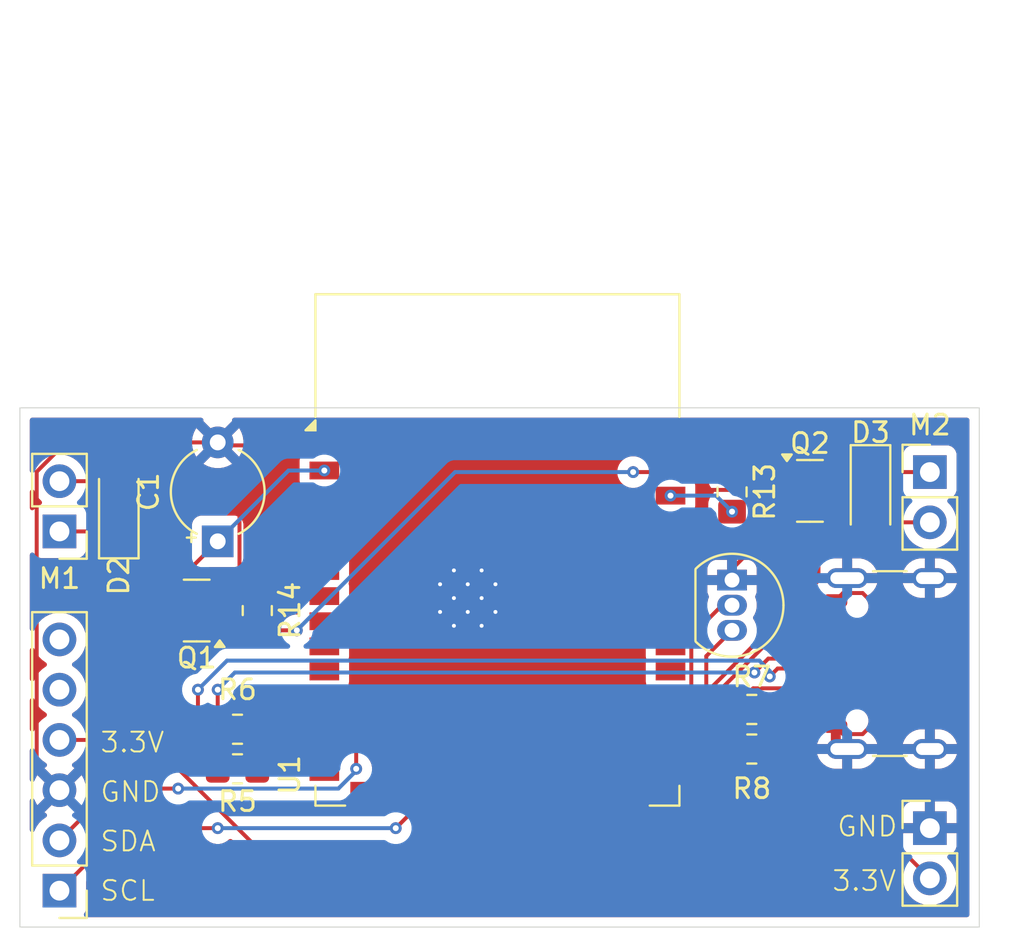
<source format=kicad_pcb>
(kicad_pcb (version 20241229) (generator "pcbnew") (generator_version "9.0")
  (layers (0 "F.Cu" signal) (2 "B.Cu" signal) (13 "F.Paste" user) (15 "B.Paste" user) (5 "F.SilkS" user "F.Silkscreen") (7 "B.SilkS" user "B.Silkscreen") (1 "F.Mask" user) (3 "B.Mask" user) (25 "Edge.Cuts" user))
  (net 0 "")
  (net 1 "+3.3V")
  (net 2 "GND")
  (net 3 "Net-(D2-A)")
  (net 4 "Net-(D3-A)")
  (net 5 "Net-(J1-CC1)")
  (net 6 "Net-(J1-CC2)")
  (net 7 "Net-(J1-VBUS-PadA4)")
  (net 8 "Net-(J1-D+-PadA6)")
  (net 10 "Net-(J1-D--PadA7)")
  (net 12 "SCL")
  (net 13 "SDA")
  (net 14 "4")
  (net 15 "3")
  (net 16 "38")
  (net 17 "42")
  (net 18 "11")
  (net 19 "48")
  (net 20 "16")
  (net 21 "46")
  (net 22 "18")
  (net 23 "41")
  (net 24 "21")
  (net 25 "40")
  (net 26 "35")
  (net 27 "13")
  (net 28 "36")
  (net 29 "7")
  (net 30 "6")
  (net 31 "5")
  (net 32 "47")
  (net 33 "15")
  (net 34 "45")
  (net 35 "37")
  (net 36 "Net-(Q1-B)")
  (net 37 "Net-(Q2-B)")
  (net 38 "USB_D+")
  (net 39 "USB_D-")
  (net 42 "TEMP")
  (net 45 "39")
  (net 46 "12")
  (net 47 "14")
  (net 48 "2")
  (net 49 "1")
  (net 50 "17")
  (footprint "Resistor_SMD:R_0805_2012Metric_Pad1.20x1.40mm_HandSolder" (layer "F.Cu") (at 65 94 180)
    (property "Reference" "R5" (at 0 -1.65 0) (layer "F.SilkS"))
    (property "Value" "22-33")
    (fp_line (start -0.227064 0.735) (end 0.227064 0.735) (stroke (width 0.12)) (layer "F.SilkS"))
    (fp_line (start -0.227064 -0.735) (end 0.227064 -0.735) (stroke (width 0.12)) (layer "F.SilkS"))
    (pad "1" smd roundrect (at -1 0 180) (size 1.2 1.4) (layers "F.Cu" "F.Mask" "F.Paste") (roundrect_rratio 0.208333) (net 38 "USB_D+"))
    (pad "2" smd roundrect (at 1 0 180) (size 1.2 1.4) (layers "F.Cu" "F.Mask" "F.Paste") (roundrect_rratio 0.208333) (net 8 "Net-(J1-D+-PadA6)"))
  )
  (footprint "Connector_PinHeader_2.54mm:PinHeader_1x02_P2.54mm_Vertical" (layer "F.Cu") (at 100 79)
    (property "Reference" "M2" (at 0 -2.38 0) (layer "F.SilkS"))
    (property "Value" "Right")
    (fp_line (start -1.38 -1.38) (end 0 -1.38) (stroke (width 0.12)) (layer "F.SilkS"))
    (fp_line (start -1.38 0) (end -1.38 -1.38) (stroke (width 0.12)) (layer "F.SilkS"))
    (fp_line (start -1.38 1.27) (end -1.38 3.92) (stroke (width 0.12)) (layer "F.SilkS"))
    (fp_line (start -1.38 1.27) (end 1.38 1.27) (stroke (width 0.12)) (layer "F.SilkS"))
    (fp_line (start -1.38 3.92) (end 1.38 3.92) (stroke (width 0.12)) (layer "F.SilkS"))
    (fp_line (start 1.38 1.27) (end 1.38 3.92) (stroke (width 0.12)) (layer "F.SilkS"))
    (pad "1" thru_hole rect (at 0 0) (size 1.7 1.7) (drill 1) (layers "*.Cu" "*.Mask") (net 1 "+3.3V"))
    (pad "2" thru_hole circle (at 0 2.54) (size 1.7 1.7) (drill 1) (layers "*.Cu" "*.Mask") (net 4 "Net-(D3-A)"))
  )
  (footprint "Package_TO_SOT_THT:TO-92_Inline" (layer "F.Cu") (at 90 84.46 -90)
    (property "Reference" "U2" (hide yes))
    (property "Value" "DS18B20")
    (fp_line (start -0.53 1.85) (end 3.07 1.85) (stroke (width 0.12)) (layer "F.SilkS"))
    (fp_arc (start -0.568478 1.838478) (mid -1.132087 -0.994977) (end 1.27 -2.6) (stroke (width 0.12)) (layer "F.SilkS"))
    (fp_arc (start 1.27 -2.6) (mid 3.672087 -0.994977) (end 3.108478 1.838478) (stroke (width 0.12)) (layer "F.SilkS"))
    (pad "1" thru_hole rect (at 0 0 270) (size 1.05 1.5) (drill 0.75) (layers "*.Cu" "*.Mask") (net 2 "GND"))
    (pad "2" thru_hole oval (at 1.27 0 270) (size 1.05 1.5) (drill 0.75) (layers "*.Cu" "*.Mask") (net 42 "TEMP"))
    (pad "3" thru_hole oval (at 2.54 0 270) (size 1.05 1.5) (drill 0.75) (layers "*.Cu" "*.Mask") (net 1 "+3.3V"))
  )
  (footprint "Connector_USB:USB_C_Receptacle_GCT_USB4105-xx-A_16P_TopMnt_Horizontal" (layer "F.Cu") (at 98.925 88.68 90)
    (property "Reference" "J1" (hide yes))
    (property "Value" "USB_C_Receptacle_USB2.0_14P")
    (fp_line (start 4.67 -0.1) (end 4.67 -1.8) (stroke (width 0.12)) (layer "F.SilkS"))
    (fp_line (start -4.67 -0.1) (end -4.67 -1.8) (stroke (width 0.12)) (layer "F.SilkS"))
    (pad "" np_thru_hole circle (at -2.89 -2.605 90) (size 0.65 0.65) (drill 0.65) (layers "*.Cu" "*.Mask"))
    (pad "" np_thru_hole circle (at 2.89 -2.605 90) (size 0.65 0.65) (drill 0.65) (layers "*.Cu" "*.Mask"))
    (pad "A1" smd roundrect (at -3.2 -3.68 90) (size 0.6 1.15) (layers "F.Cu" "F.Mask" "F.Paste") (net 2 "GND"))
    (pad "A4" smd roundrect (at -2.4 -3.68 90) (size 0.6 1.15) (layers "F.Cu" "F.Mask" "F.Paste") (net 7 "Net-(J1-VBUS-PadA4)"))
    (pad "A5" smd roundrect (at -1.25 -3.68 90) (size 0.3 1.15) (layers "F.Cu" "F.Mask" "F.Paste") (net 5 "Net-(J1-CC1)"))
    (pad "A6" smd roundrect (at -0.25 -3.68 90) (size 0.3 1.15) (layers "F.Cu" "F.Mask" "F.Paste") (net 8 "Net-(J1-D+-PadA6)"))
    (pad "A7" smd roundrect (at 0.25 -3.68 90) (size 0.3 1.15) (layers "F.Cu" "F.Mask" "F.Paste") (net 10 "Net-(J1-D--PadA7)"))
    (pad "A8" smd roundrect (at 1.25 -3.68 90) (size 0.3 1.15) (layers "F.Cu" "F.Mask" "F.Paste"))
    (pad "A9" smd roundrect (at 2.4 -3.68 90) (size 0.6 1.15) (layers "F.Cu" "F.Mask" "F.Paste") (net 7 "Net-(J1-VBUS-PadA4)"))
    (pad "A12" smd roundrect (at 3.2 -3.68 90) (size 0.6 1.15) (layers "F.Cu" "F.Mask" "F.Paste") (net 2 "GND"))
    (pad "B1" smd roundrect (at 3.2 -3.68 90) (size 0.6 1.15) (layers "F.Cu" "F.Mask" "F.Paste") (net 2 "GND"))
    (pad "B4" smd roundrect (at 2.4 -3.68 90) (size 0.6 1.15) (layers "F.Cu" "F.Mask" "F.Paste") (net 7 "Net-(J1-VBUS-PadA4)"))
    (pad "B5" smd roundrect (at 1.75 -3.68 90) (size 0.3 1.15) (layers "F.Cu" "F.Mask" "F.Paste") (net 6 "Net-(J1-CC2)"))
    (pad "B6" smd roundrect (at 0.75 -3.68 90) (size 0.3 1.15) (layers "F.Cu" "F.Mask" "F.Paste"))
    (pad "B7" smd roundrect (at -0.75 -3.68 90) (size 0.3 1.15) (layers "F.Cu" "F.Mask" "F.Paste"))
    (pad "B8" smd roundrect (at -1.75 -3.68 90) (size 0.3 1.15) (layers "F.Cu" "F.Mask" "F.Paste"))
    (pad "B9" smd roundrect (at -2.4 -3.68 90) (size 0.6 1.15) (layers "F.Cu" "F.Mask" "F.Paste") (net 7 "Net-(J1-VBUS-PadA4)"))
    (pad "B12" smd roundrect (at -3.2 -3.68 90) (size 0.6 1.15) (layers "F.Cu" "F.Mask" "F.Paste") (net 2 "GND"))
    (pad "S1" thru_hole oval (at -4.32 -3.105 90) (size 1 2.1) (drill oval 0.6 1.7) (property pad_prop_heatsink) (layers "*.Cu" "*.Mask" "F.Paste") (net 2 "GND"))
    (pad "S1" thru_hole oval (at -4.32 1.075 90) (size 1 1.8) (drill oval 0.6 1.4) (property pad_prop_heatsink) (layers "*.Cu" "*.Mask" "F.Paste") (net 2 "GND"))
    (pad "S1" thru_hole oval (at 4.32 -3.105 90) (size 1 2.1) (drill oval 0.6 1.7) (property pad_prop_heatsink) (layers "*.Cu" "*.Mask" "F.Paste") (net 2 "GND"))
    (pad "S1" thru_hole oval (at 4.32 1.075 90) (size 1 1.8) (drill oval 0.6 1.4) (property pad_prop_heatsink) (layers "*.Cu" "*.Mask" "F.Paste") (net 2 "GND"))
  )
  (footprint "Connector_PinHeader_2.54mm:PinHeader_1x02_P2.54mm_Vertical" (layer "F.Cu") (at 56 82 180)
    (property "Reference" "M1" (at 0 -2.38 0) (layer "F.SilkS"))
    (property "Value" "Left")
    (fp_line (start 1.38 1.27) (end 1.38 3.92) (stroke (width 0.12)) (layer "F.SilkS"))
    (fp_line (start -1.38 3.92) (end 1.38 3.92) (stroke (width 0.12)) (layer "F.SilkS"))
    (fp_line (start -1.38 1.27) (end 1.38 1.27) (stroke (width 0.12)) (layer "F.SilkS"))
    (fp_line (start -1.38 1.27) (end -1.38 3.92) (stroke (width 0.12)) (layer "F.SilkS"))
    (fp_line (start -1.38 0) (end -1.38 -1.38) (stroke (width 0.12)) (layer "F.SilkS"))
    (fp_line (start -1.38 -1.38) (end 0 -1.38) (stroke (width 0.12)) (layer "F.SilkS"))
    (pad "1" thru_hole rect (at 0 0 180) (size 1.7 1.7) (drill 1) (layers "*.Cu" "*.Mask") (net 1 "+3.3V"))
    (pad "2" thru_hole circle (at 0 2.54 180) (size 1.7 1.7) (drill 1) (layers "*.Cu" "*.Mask") (net 3 "Net-(D2-A)"))
  )
  (footprint "Connector_PinHeader_2.54mm:PinHeader_1x06_P2.54mm_Vertical" (layer "F.Cu") (at 56 100.16 180)
    (property "Reference" "J3" (hide yes))
    (property "Value" "DS3231")
    (fp_line (start 1.38 1.27) (end 1.38 14.08) (stroke (width 0.12)) (layer "F.SilkS"))
    (fp_line (start -1.38 14.08) (end 1.38 14.08) (stroke (width 0.12)) (layer "F.SilkS"))
    (fp_line (start -1.38 1.27) (end 1.38 1.27) (stroke (width 0.12)) (layer "F.SilkS"))
    (fp_line (start -1.38 1.27) (end -1.38 14.08) (stroke (width 0.12)) (layer "F.SilkS"))
    (fp_line (start -1.38 0) (end -1.38 -1.38) (stroke (width 0.12)) (layer "F.SilkS"))
    (fp_line (start -1.38 -1.38) (end 0 -1.38) (stroke (width 0.12)) (layer "F.SilkS"))
    (pad "1" thru_hole rect (at 0 0 180) (size 1.7 1.7) (drill 1) (layers "*.Cu" "*.Mask") (net 12 "SCL"))
    (pad "2" thru_hole circle (at 0 2.54 180) (size 1.7 1.7) (drill 1) (layers "*.Cu" "*.Mask") (net 13 "SDA"))
    (pad "3" thru_hole circle (at 0 5.08 180) (size 1.7 1.7) (drill 1) (layers "*.Cu" "*.Mask") (net 2 "GND"))
    (pad "4" thru_hole circle (at 0 7.62 180) (size 1.7 1.7) (drill 1) (layers "*.Cu" "*.Mask") (net 1 "+3.3V"))
    (pad "5" thru_hole circle (at 0 10.16 180) (size 1.7 1.7) (drill 1) (layers "*.Cu" "*.Mask"))
    (pad "6" thru_hole circle (at 0 12.7 180) (size 1.7 1.7) (drill 1) (layers "*.Cu" "*.Mask"))
  )
  (footprint "Diode_SMD:D_SOD-123" (layer "F.Cu") (at 97 80 -90)
    (property "Reference" "D3" (at -3 0 180) (layer "F.SilkS"))
    (property "Value" "1N4148W")
    (fp_line (start -2.36 1) (end 1.65 1) (stroke (width 0.12)) (layer "F.SilkS"))
    (fp_line (start -2.36 -1) (end -2.36 1) (stroke (width 0.12)) (layer "F.SilkS"))
    (fp_line (start -2.36 -1) (end 1.65 -1) (stroke (width 0.12)) (layer "F.SilkS"))
    (pad "1" smd roundrect (at -1.65 0 270) (size 0.9 1.2) (layers "F.Cu" "F.Mask" "F.Paste") (net 1 "+3.3V"))
    (pad "2" smd roundrect (at 1.65 0 270) (size 0.9 1.2) (layers "F.Cu" "F.Mask" "F.Paste") (net 4 "Net-(D3-A)"))
  )
  (footprint "Capacitor_THT:CP_Radial_Tantal_D4.5mm_P5.00mm" (layer "F.Cu") (at 64 82.5 90)
    (property "Reference" "C1" (at 2.5 -3.5 90) (layer "F.SilkS"))
    (property "Value" "100nF")
    (fp_line (start 0.187712 -1.56) (end 0.187712 -1.11) (stroke (width 0.12)) (layer "F.SilkS"))
    (fp_line (start -0.037288 -1.335) (end 0.412712 -1.335) (stroke (width 0.12)) (layer "F.SilkS"))
    (fp_arc (start 0.380259 -1.06) (mid 2.5 -2.37) (end 4.619741 -1.06) (stroke (width 0.12)) (layer "F.SilkS"))
    (fp_arc (start 4.619741 1.06) (mid 2.5 2.37) (end 0.380259 1.06) (stroke (width 0.12)) (layer "F.SilkS"))
    (pad "1" thru_hole rect (at 0 0 90) (size 1.6 1.6) (drill 0.8) (layers "*.Cu" "*.Mask") (net 1 "+3.3V"))
    (pad "2" thru_hole circle (at 5 0 90) (size 1.6 1.6) (drill 0.8) (layers "*.Cu" "*.Mask") (net 2 "GND"))
  )
  (footprint "Diode_SMD:D_SOD-123" (layer "F.Cu") (at 59 81 90)
    (property "Reference" "D2" (at -3.25 0 90) (layer "F.SilkS"))
    (property "Value" "1N4148W")
    (fp_line (start -2.36 -1) (end 1.65 -1) (stroke (width 0.12)) (layer "F.SilkS"))
    (fp_line (start -2.36 -1) (end -2.36 1) (stroke (width 0.12)) (layer "F.SilkS"))
    (fp_line (start -2.36 1) (end 1.65 1) (stroke (width 0.12)) (layer "F.SilkS"))
    (pad "1" smd roundrect (at -1.65 0 90) (size 0.9 1.2) (layers "F.Cu" "F.Mask" "F.Paste") (net 1 "+3.3V"))
    (pad "2" smd roundrect (at 1.65 0 90) (size 0.9 1.2) (layers "F.Cu" "F.Mask" "F.Paste") (net 3 "Net-(D2-A)"))
  )
  (footprint "RF_Module:ESP32-S3-WROOM-1" (layer "F.Cu") (at 78.14 82.91)
    (property "Reference" "U1" (at -10.5 11.4 90) (layer "F.SilkS"))
    (property "Value" "ESP32-S3-WROOM-1")
    (fp_line (start -9.2 -12.9) (end -9.2 -6.7) (stroke (width 0.12)) (layer "F.SilkS"))
    (fp_line (start -9.2 -12.9) (end 9.2 -12.9) (stroke (width 0.12)) (layer "F.SilkS"))
    (fp_line (start -9.2 11.95) (end -9.2 12.95) (stroke (width 0.12)) (layer "F.SilkS"))
    (fp_line (start -9.2 12.95) (end -7.7 12.95) (stroke (width 0.12)) (layer "F.SilkS"))
    (fp_line (start 9.2 -12.9) (end 9.2 -6.7) (stroke (width 0.12)) (layer "F.SilkS"))
    (fp_line (start 9.2 12.95) (end 7.7 12.95) (stroke (width 0.12)) (layer "F.SilkS"))
    (fp_line (start 9.2 12.95) (end 9.2 11.95) (stroke (width 0.12)) (layer "F.SilkS"))
    (fp_poly (pts (xy -9.2 -6.025) (xy -9.7 -6.025) (xy -9.2 -6.525) (xy -9.2 -6.025)) (stroke (width 0.12)) (fill yes) (layer "F.SilkS"))
    (pad "1" smd rect (at -8.75 -5.26) (size 1.5 0.9) (layers "F.Cu" "F.Mask" "F.Paste") (net 2 "GND"))
    (pad "2" smd rect (at -8.75 -3.99) (size 1.5 0.9) (layers "F.Cu" "F.Mask" "F.Paste") (net 1 "+3.3V"))
    (pad "3" smd rect (at -8.75 -2.72) (size 1.5 0.9) (layers "F.Cu" "F.Mask" "F.Paste"))
    (pad "4" smd rect (at -8.75 -1.45) (size 1.5 0.9) (layers "F.Cu" "F.Mask" "F.Paste") (net 14 "4"))
    (pad "5" smd rect (at -8.75 -0.18) (size 1.5 0.9) (layers "F.Cu" "F.Mask" "F.Paste") (net 31 "5"))
    (pad "6" smd rect (at -8.75 1.09) (size 1.5 0.9) (layers "F.Cu" "F.Mask" "F.Paste") (net 30 "6"))
    (pad "7" smd rect (at -8.75 2.36) (size 1.5 0.9) (layers "F.Cu" "F.Mask" "F.Paste") (net 29 "7"))
    (pad "8" smd rect (at -8.75 3.63) (size 1.5 0.9) (layers "F.Cu" "F.Mask" "F.Paste") (net 33 "15"))
    (pad "9" smd rect (at -8.75 4.9) (size 1.5 0.9) (layers "F.Cu" "F.Mask" "F.Paste") (net 20 "16"))
    (pad "10" smd rect (at -8.75 6.17) (size 1.5 0.9) (layers "F.Cu" "F.Mask" "F.Paste") (net 50 "17"))
    (pad "11" smd rect (at -8.75 7.44) (size 1.5 0.9) (layers "F.Cu" "F.Mask" "F.Paste") (net 22 "18"))
    (pad "12" smd rect (at -8.75 8.71) (size 1.5 0.9) (layers "F.Cu" "F.Mask" "F.Paste") (net 13 "SDA"))
    (pad "13" smd rect (at -8.75 9.98) (size 1.5 0.9) (layers "F.Cu" "F.Mask" "F.Paste") (net 39 "USB_D-"))
    (pad "14" smd rect (at -8.75 11.25 180) (size 1.5 0.9) (layers "F.Cu" "F.Mask" "F.Paste") (net 38 "USB_D+"))
    (pad "15" smd rect (at -6.985 12.5 270) (size 1.5 0.9) (layers "F.Cu" "F.Mask" "F.Paste") (net 15 "3"))
    (pad "16" smd rect (at -5.715 12.5 270) (size 1.5 0.9) (layers "F.Cu" "F.Mask" "F.Paste") (net 21 "46"))
    (pad "17" smd rect (at -4.445 12.5 270) (size 1.5 0.9) (layers "F.Cu" "F.Mask" "F.Paste") (net 12 "SCL"))
    (pad "18" smd rect (at -3.175 12.5 270) (size 1.5 0.9) (layers "F.Cu" "F.Mask" "F.Paste") (net 42 "TEMP"))
    (pad "19" smd rect (at -1.905 12.5 270) (size 1.5 0.9) (layers "F.Cu" "F.Mask" "F.Paste") (net 18 "11"))
    (pad "20" smd rect (at -0.635 12.5 270) (size 1.5 0.9) (layers "F.Cu" "F.Mask" "F.Paste") (net 46 "12"))
    (pad "21" smd rect (at 0.635 12.5 270) (size 1.5 0.9) (layers "F.Cu" "F.Mask" "F.Paste") (net 27 "13"))
    (pad "22" smd rect (at 1.905 12.5 270) (size 1.5 0.9) (layers "F.Cu" "F.Mask" "F.Paste") (net 47 "14"))
    (pad "23" smd rect (at 3.175 12.5 270) (size 1.5 0.9) (layers "F.Cu" "F.Mask" "F.Paste") (net 24 "21"))
    (pad "24" smd rect (at 4.445 12.5 270) (size 1.5 0.9) (layers "F.Cu" "F.Mask" "F.Paste") (net 32 "47"))
    (pad "25" smd rect (at 5.715 12.5 270) (size 1.5 0.9) (layers "F.Cu" "F.Mask" "F.Paste") (net 19 "48"))
    (pad "26" smd rect (at 6.985 12.5 270) (size 1.5 0.9) (layers "F.Cu" "F.Mask" "F.Paste") (net 34 "45"))
    (pad "27" smd rect (at 8.75 11.25) (size 1.5 0.9) (layers "F.Cu" "F.Mask" "F.Paste"))
    (pad "28" smd rect (at 8.75 9.98) (size 1.5 0.9) (layers "F.Cu" "F.Mask" "F.Paste") (net 26 "35"))
    (pad "29" smd rect (at 8.75 8.71) (size 1.5 0.9) (layers "F.Cu" "F.Mask" "F.Paste") (net 28 "36"))
    (pad "30" smd rect (at 8.75 7.44) (size 1.5 0.9) (layers "F.Cu" "F.Mask" "F.Paste") (net 35 "37"))
    (pad "31" smd rect (at 8.75 6.17) (size 1.5 0.9) (layers "F.Cu" "F.Mask" "F.Paste") (net 16 "38"))
    (pad "32" smd rect (at 8.75 4.9) (size 1.5 0.9) (layers "F.Cu" "F.Mask" "F.Paste") (net 45 "39"))
    (pad "33" smd rect (at 8.75 3.63) (size 1.5 0.9) (layers "F.Cu" "F.Mask" "F.Paste") (net 25 "40"))
    (pad "34" smd rect (at 8.75 2.36) (size 1.5 0.9) (layers "F.Cu" "F.Mask" "F.Paste") (net 23 "41"))
    (pad "35" smd rect (at 8.75 1.09) (size 1.5 0.9) (layers "F.Cu" "F.Mask" "F.Paste") (net 17 "42"))
    (pad "36" smd rect (at 8.75 -0.18) (size 1.5 0.9) (layers "F.Cu" "F.Mask" "F.Paste"))
    (pad "37" smd rect (at 8.75 -1.45) (size 1.5 0.9) (layers "F.Cu" "F.Mask" "F.Paste"))
    (pad "38" smd rect (at 8.75 -2.72) (size 1.5 0.9) (layers "F.Cu" "F.Mask" "F.Paste") (net 48 "2"))
    (pad "39" smd rect (at 8.75 -3.99) (size 1.5 0.9) (layers "F.Cu" "F.Mask" "F.Paste") (net 49 "1"))
    (pad "40" smd rect (at 8.75 -5.26) (size 1.5 0.9) (layers "F.Cu" "F.Mask" "F.Paste") (net 2 "GND"))
    (pad "41" thru_hole circle (at -2.9 1.76 90) (size 0.6 0.6) (drill 0.2) (property pad_prop_heatsink) (layers "*.Cu" "F.Mask") (net 2 "GND"))
    (pad "41" thru_hole circle (at -2.9 3.16) (size 0.6 0.6) (drill 0.2) (property pad_prop_heatsink) (layers "*.Cu" "F.Mask") (net 2 "GND"))
    (pad "41" thru_hole circle (at -2.2 1.06) (size 0.6 0.6) (drill 0.2) (property pad_prop_heatsink) (layers "*.Cu" "F.Mask") (net 2 "GND"))
    (pad "41" thru_hole circle (at -2.2 2.46) (size 0.6 0.6) (drill 0.2) (property pad_prop_heatsink) (layers "*.Cu" "F.Mask") (net 2 "GND"))
    (pad "41" thru_hole circle (at -2.2 3.86) (size 0.6 0.6) (drill 0.2) (property pad_prop_heatsink) (layers "*.Cu" "F.Mask") (net 2 "GND"))
    (pad "41" thru_hole circle (at -1.5 1.76) (size 0.6 0.6) (drill 0.2) (property pad_prop_heatsink) (layers "*.Cu" "F.Mask") (net 2 "GND"))
    (pad "41" smd rect (at -1.5 2.46 270) (size 3.9 3.9) (property pad_prop_heatsink) (layers "F.Cu" "F.Mask") (net 2 "GND"))
    (pad "41" thru_hole circle (at -1.5 3.16) (size 0.6 0.6) (drill 0.2) (property pad_prop_heatsink) (layers "*.Cu" "F.Mask") (net 2 "GND"))
    (pad "41" thru_hole circle (at -0.8 1.06) (size 0.6 0.6) (drill 0.2) (property pad_prop_heatsink) (layers "*.Cu" "F.Mask") (net 2 "GND"))
    (pad "41" thru_hole circle (at -0.8 2.46) (size 0.6 0.6) (drill 0.2) (property pad_prop_heatsink) (layers "*.Cu" "F.Mask") (net 2 "GND"))
    (pad "41" thru_hole circle (at -0.8 3.86) (size 0.6 0.6) (drill 0.2) (property pad_prop_heatsink) (layers "*.Cu" "F.Mask") (net 2 "GND"))
    (pad "41" thru_hole circle (at -0.1 1.76) (size 0.6 0.6) (drill 0.2) (property pad_prop_heatsink) (layers "*.Cu" "F.Mask") (net 2 "GND"))
    (pad "41" thru_hole circle (at -0.1 3.16) (size 0.6 0.6) (drill 0.2) (property pad_prop_heatsink) (layers "*.Cu" "F.Mask") (net 2 "GND"))
    (zone (net 0) (net_name "") (layers "F.Cu" "B.Cu") (connect_pads (clearance 0)) (min_thickness 0.254)
      (keepout (tracks not_allowed) (vias not_allowed) (pads not_allowed) (copperpour not_allowed) (footprints not_allowed))
      (fill (thermal_gap 0.508) (thermal_bridge_width 0.508))
      (polygon (pts (xy 54.14 76.16) (xy 102.14 76.16) (xy 102.14 55.16) (xy 54.14 55.16)))
    )
  )
  (footprint "Package_TO_SOT_SMD:SOT-23" (layer "F.Cu") (at 62.9375 86 180)
    (property "Reference" "Q1" (at 0 -2.4 0) (layer "F.SilkS"))
    (property "Value" "MMBT5551L")
    (fp_line (start 0 1.56) (end 0.65 1.56) (stroke (width 0.12)) (layer "F.SilkS"))
    (fp_line (start 0 1.56) (end -0.65 1.56) (stroke (width 0.12)) (layer "F.SilkS"))
    (fp_line (start 0 -1.56) (end 0.65 -1.56) (stroke (width 0.12)) (layer "F.SilkS"))
    (fp_line (start 0 -1.56) (end -0.65 -1.56) (stroke (width 0.12)) (layer "F.SilkS"))
    (fp_poly (pts (xy -1.1625 -1.51) (xy -1.4025 -1.84) (xy -0.9225 -1.84)) (stroke (width 0.12)) (fill yes) (layer "F.SilkS"))
    (pad "1" smd roundrect (at -0.9375 -0.95 180) (size 1.475 0.6) (layers "F.Cu" "F.Mask" "F.Paste") (net 36 "Net-(Q1-B)"))
    (pad "2" smd roundrect (at -0.9375 0.95 180) (size 1.475 0.6) (layers "F.Cu" "F.Mask" "F.Paste") (net 2 "GND"))
    (pad "3" smd roundrect (at 0.9375 0 180) (size 1.475 0.6) (layers "F.Cu" "F.Mask" "F.Paste") (net 3 "Net-(D2-A)"))
  )
  (footprint "Resistor_SMD:R_0805_2012Metric_Pad1.20x1.40mm_HandSolder" (layer "F.Cu") (at 91 93)
    (property "Reference" "R8" (at 0 2 0) (layer "F.SilkS"))
    (property "Value" "4.7k-5.6k")
    (fp_line (start -0.227064 -0.735) (end 0.227064 -0.735) (stroke (width 0.12)) (layer "F.SilkS"))
    (fp_line (start -0.227064 0.735) (end 0.227064 0.735) (stroke (width 0.12)) (layer "F.SilkS"))
    (pad "1" smd roundrect (at -1 0) (size 1.2 1.4) (layers "F.Cu" "F.Mask" "F.Paste") (roundrect_rratio 0.208333) (net 6 "Net-(J1-CC2)"))
    (pad "2" smd roundrect (at 1 0) (size 1.2 1.4) (layers "F.Cu" "F.Mask" "F.Paste") (roundrect_rratio 0.208333) (net 2 "GND"))
  )
  (footprint "Connector_PinHeader_2.54mm:PinHeader_1x02_P2.54mm_Vertical" (layer "F.Cu") (at 100 97)
    (property "Reference" "J2" (hide yes))
    (property "Value" "P_IN")
    (fp_line (start -1.38 -1.38) (end 0 -1.38) (stroke (width 0.12)) (layer "F.SilkS"))
    (fp_line (start -1.38 0) (end -1.38 -1.38) (stroke (width 0.12)) (layer "F.SilkS"))
    (fp_line (start -1.38 1.27) (end -1.38 3.92) (stroke (width 0.12)) (layer "F.SilkS"))
    (fp_line (start -1.38 1.27) (end 1.38 1.27) (stroke (width 0.12)) (layer "F.SilkS"))
    (fp_line (start -1.38 3.92) (end 1.38 3.92) (stroke (width 0.12)) (layer "F.SilkS"))
    (fp_line (start 1.38 1.27) (end 1.38 3.92) (stroke (width 0.12)) (layer "F.SilkS"))
    (pad "1" thru_hole rect (at 0 0) (size 1.7 1.7) (drill 1) (layers "*.Cu" "*.Mask") (net 2 "GND"))
    (pad "2" thru_hole circle (at 0 2.54) (size 1.7 1.7) (drill 1) (layers "*.Cu" "*.Mask") (net 1 "+3.3V"))
  )
  (footprint "Package_TO_SOT_SMD:SOT-23" (layer "F.Cu") (at 93.9375 79.95)
    (property "Reference" "Q2" (at 0 -2.4 0) (layer "F.SilkS"))
    (property "Value" "MMBT5551L")
    (fp_line (start 0 -1.56) (end -0.65 -1.56) (stroke (width 0.12)) (layer "F.SilkS"))
    (fp_line (start 0 -1.56) (end 0.65 -1.56) (stroke (width 0.12)) (layer "F.SilkS"))
    (fp_line (start 0 1.56) (end -0.65 1.56) (stroke (width 0.12)) (layer "F.SilkS"))
    (fp_line (start 0 1.56) (end 0.65 1.56) (stroke (width 0.12)) (layer "F.SilkS"))
    (fp_poly (pts (xy -1.1625 -1.51) (xy -1.4025 -1.84) (xy -0.9225 -1.84)) (stroke (width 0.12)) (fill yes) (layer "F.SilkS"))
    (pad "1" smd roundrect (at -0.9375 -0.95) (size 1.475 0.6) (layers "F.Cu" "F.Mask" "F.Paste") (net 37 "Net-(Q2-B)"))
    (pad "2" smd roundrect (at -0.9375 0.95) (size 1.475 0.6) (layers "F.Cu" "F.Mask" "F.Paste") (net 2 "GND"))
    (pad "3" smd roundrect (at 0.9375 0) (size 1.475 0.6) (layers "F.Cu" "F.Mask" "F.Paste") (net 4 "Net-(D3-A)"))
  )
  (footprint "Resistor_SMD:R_0805_2012Metric_Pad1.20x1.40mm_HandSolder" (layer "F.Cu") (at 66 86 -90)
    (property "Reference" "R14" (at 0 -1.65 90) (layer "F.SilkS"))
    (property "Value" "1k")
    (fp_line (start -0.227064 0.735) (end 0.227064 0.735) (stroke (width 0.12)) (layer "F.SilkS"))
    (fp_line (start -0.227064 -0.735) (end 0.227064 -0.735) (stroke (width 0.12)) (layer "F.SilkS"))
    (pad "1" smd roundrect (at -1 0 270) (size 1.2 1.4) (layers "F.Cu" "F.Mask" "F.Paste") (roundrect_rratio 0.208333) (net 36 "Net-(Q1-B)"))
    (pad "2" smd roundrect (at 1 0 270) (size 1.2 1.4) (layers "F.Cu" "F.Mask" "F.Paste") (roundrect_rratio 0.208333) (net 49 "1"))
  )
  (footprint "Resistor_SMD:R_0805_2012Metric_Pad1.20x1.40mm_HandSolder" (layer "F.Cu") (at 91 91)
    (property "Reference" "R7" (at 0 -1.65 0) (layer "F.SilkS"))
    (property "Value" "4.7k-5.6k")
    (fp_line (start -0.227064 -0.735) (end 0.227064 -0.735) (stroke (width 0.12)) (layer "F.SilkS"))
    (fp_line (start -0.227064 0.735) (end 0.227064 0.735) (stroke (width 0.12)) (layer "F.SilkS"))
    (pad "1" smd roundrect (at -1 0) (size 1.2 1.4) (layers "F.Cu" "F.Mask" "F.Paste") (roundrect_rratio 0.208333) (net 5 "Net-(J1-CC1)"))
    (pad "2" smd roundrect (at 1 0) (size 1.2 1.4) (layers "F.Cu" "F.Mask" "F.Paste") (roundrect_rratio 0.208333) (net 2 "GND"))
  )
  (footprint "Resistor_SMD:R_0805_2012Metric_Pad1.20x1.40mm_HandSolder" (layer "F.Cu") (at 90 80 -90)
    (property "Reference" "R13" (at 0 -1.65 90) (layer "F.SilkS"))
    (property "Value" "1k")
    (fp_line (start -0.227064 0.735) (end 0.227064 0.735) (stroke (width 0.12)) (layer "F.SilkS"))
    (fp_line (start -0.227064 -0.735) (end 0.227064 -0.735) (stroke (width 0.12)) (layer "F.SilkS"))
    (pad "1" smd roundrect (at -1 0 270) (size 1.2 1.4) (layers "F.Cu" "F.Mask" "F.Paste") (roundrect_rratio 0.208333) (net 37 "Net-(Q2-B)"))
    (pad "2" smd roundrect (at 1 0 270) (size 1.2 1.4) (layers "F.Cu" "F.Mask" "F.Paste") (roundrect_rratio 0.208333) (net 48 "2"))
  )
  (footprint "Resistor_SMD:R_0805_2012Metric_Pad1.20x1.40mm_HandSolder" (layer "F.Cu") (at 65 92 180)
    (property "Reference" "R6" (at 0 2 0) (layer "F.SilkS"))
    (property "Value" "22-33")
    (fp_line (start -0.227064 0.735) (end 0.227064 0.735) (stroke (width 0.12)) (layer "F.SilkS"))
    (fp_line (start -0.227064 -0.735) (end 0.227064 -0.735) (stroke (width 0.12)) (layer "F.SilkS"))
    (pad "1" smd roundrect (at -1 0 180) (size 1.2 1.4) (layers "F.Cu" "F.Mask" "F.Paste") (roundrect_rratio 0.208333) (net 39 "USB_D-"))
    (pad "2" smd roundrect (at 1 0 180) (size 1.2 1.4) (layers "F.Cu" "F.Mask" "F.Paste") (roundrect_rratio 0.208333) (net 10 "Net-(J1-D--PadA7)"))
  )
  (gr_rect (start 54 75.75) (end 102.5 102) (stroke (width 0.05)) (fill no) (layer "Edge.Cuts"))
  (gr_text "SDA" (at 58 98.25 0) (layer "F.SilkS") (effects (font (size 1 1) (thickness 0.1)) (justify left bottom)))
  (gr_text "3.3V" (at 95 100.25 0) (layer "F.SilkS") (effects (font (size 1 1) (thickness 0.1)) (justify left bottom)))
  (gr_text "3.3V" (at 58 93.25 0) (layer "F.SilkS") (effects (font (size 1 1) (thickness 0.1)) (justify left bottom)))
  (gr_text "SCL" (at 58 100.75 0) (layer "F.SilkS") (effects (font (size 1 1) (thickness 0.1)) (justify left bottom)))
  (gr_text "GND" (at 95.25 97.5 0) (layer "F.SilkS") (effects (font (size 1 1) (thickness 0.1)) (justify left bottom)))
  (gr_text "GND" (at 58 95.75 0) (layer "F.SilkS") (effects (font (size 1 1) (thickness 0.1)) (justify left bottom)))
  (segment (start 100 79) (end 97.65 79) (width 0.2) (layer "F.Cu") (net 1))
  (segment (start 66 98) (end 95 98) (width 0.2) (layer "F.Cu") (net 1))
  (segment (start 88.698 93.28416) (end 93.41384 98) (width 0.2) (layer "F.Cu") (net 1))
  (segment (start 59 90.445532) (end 59 91) (width 0.2) (layer "F.Cu") (net 1))
  (segment (start 95 98) (end 98.46 98) (width 0.2) (layer "F.Cu") (net 1))
  (segment (start 98.46 98) (end 100 99.54) (width 0.2) (layer "F.Cu") (net 1))
  (segment (start 60.46 92.54) (end 60.5 92.5) (width 0.2) (layer "F.Cu") (net 1))
  (segment (start 93.8365 79.609032) (end 93.8365 80.290968) (width 0.2) (layer "F.Cu") (net 1))
  (segment (start 93.41384 98) (end 95 98) (width 0.2) (layer "F.Cu") (net 1))
  (segment (start 63.0385 86.407032) (end 59 90.445532) (width 0.2) (layer "F.Cu") (net 1))
  (segment (start 94.369 80.823468) (end 94.369 84.47774) (width 0.2) (layer "F.Cu") (net 1))
  (segment (start 58.35 82) (end 59 82.65) (width 0.2) (layer "F.Cu") (net 1))
  (segment (start 64 82.5) (end 62.8365 83.6635) (width 0.2) (layer "F.Cu") (net 1))
  (segment (start 62.8365 85.390968) (end 63.0385 85.592968) (width 0.2) (layer "F.Cu") (net 1))
  (segment (start 88.698 90.75) (end 88.698 93.28416) (width 0.2) (layer "F.Cu") (net 1))
  (segment (start 88.698 88.302) (end 88.698 90.75) (width 0.2) (layer "F.Cu") (net 1))
  (segment (start 56 92.54) (end 60.46 92.54) (width 0.2) (layer "F.Cu") (net 1))
  (segment (start 90 87) (end 88.698 88.302) (width 0.2) (layer "F.Cu") (net 1))
  (segment (start 62.8365 83.6635) (end 62.8365 85.390968) (width 0.2) (layer "F.Cu") (net 1))
  (segment (start 64 82.54) (end 64 82.5) (width 0.2) (layer "F.Cu") (net 1))
  (segment (start 88.698 90.14874) (end 88.698 90.75) (width 0.2) (layer "F.Cu") (net 1))
  (segment (start 93.8365 80.290968) (end 94.369 80.823468) (width 0.2) (layer "F.Cu") (net 1))
  (segment (start 59 91) (end 60.5 92.5) (width 0.2) (layer "F.Cu") (net 1))
  (segment (start 97 78.35) (end 95.095532 78.35) (width 0.2) (layer "F.Cu") (net 1))
  (segment (start 59 82.65) (end 59 91) (width 0.2) (layer "F.Cu") (net 1))
  (segment (start 97.65 79) (end 97 78.35) (width 0.2) (layer "F.Cu") (net 1))
  (segment (start 60.5 92.5) (end 66 98) (width 0.2) (layer "F.Cu") (net 1))
  (segment (start 95.095532 78.35) (end 93.8365 79.609032) (width 0.2) (layer "F.Cu") (net 1))
  (segment (start 94.369 84.47774) (end 88.698 90.14874) (width 0.2) (layer "F.Cu") (net 1))
  (segment (start 63.0385 85.592968) (end 63.0385 86.407032) (width 0.2) (layer "F.Cu") (net 1))
  (segment (start 56 82) (end 58.35 82) (width 0.2) (layer "F.Cu") (net 1))
  (via (at 69.39 78.92) (size 0.6) (drill 0.3) (layers "F.Cu" "B.Cu") (net 1))
  (segment (start 67.58 78.92) (end 69.39 78.92) (width 0.2) (layer "B.Cu") (net 1))
  (segment (start 64 82.5) (end 67.58 78.92) (width 0.2) (layer "B.Cu") (net 1))
  (segment (start 96.996 85.509992) (end 96.996 91.850008) (width 0.2) (layer "F.Cu") (net 2))
  (segment (start 100 93) (end 95.82 93) (width 0.2) (layer "F.Cu") (net 2))
  (segment (start 90 83.9) (end 93 80.9) (width 0.2) (layer "F.Cu") (net 2))
  (segment (start 65.101 83.824) (end 65.101 78.601) (width 0.2) (layer "F.Cu") (net 2))
  (segment (start 76.64 85.37) (end 76.64 83.22) (width 0.2) (layer "F.Cu") (net 2))
  (segment (start 69.24 77.5) (end 69.39 77.65) (width 0.2) (layer "F.Cu") (net 2))
  (segment (start 95.125 92) (end 95.245 91.88) (width 0.2) (layer "F.Cu") (net 2))
  (segment (start 90 84.46) (end 90 83.9) (width 0.2) (layer "F.Cu") (net 2))
  (segment (start 93 91) (end 94 92) (width 0.2) (layer "F.Cu") (net 2))
  (segment (start 63.875 85.05) (end 65.101 83.824) (width 0.2) (layer "F.Cu") (net 2))
  (segment (start 92.001 79.901) (end 88.651 79.901) (width 0.2) (layer "F.Cu") (net 2))
  (segment (start 64 77.5) (end 56.33224 77.5) (width 0.2) (layer "F.Cu") (net 2))
  (segment (start 96.996 91.850008) (end 96.600008 92.246) (width 0.2) (layer "F.Cu") (net 2))
  (segment (start 56.33224 77.5) (end 54.849 78.98324) (width 0.2) (layer "F.Cu") (net 2))
  (segment (start 69.39 77.65) (end 64.15 77.65) (width 0.2) (layer "F.Cu") (net 2))
  (segment (start 88.651 78.461) (end 87.84 77.65) (width 0.2) (layer "F.Cu") (net 2))
  (segment (start 96.600008 92.246) (end 95.611 92.246) (width 0.2) (layer "F.Cu") (net 2))
  (segment (start 95.82 84.36) (end 100 84.36) (width 0.2) (layer "F.Cu") (net 2))
  (segment (start 92 93) (end 94 93) (width 0.2) (layer "F.Cu") (net 2))
  (segment (start 100 97) (end 100 93) (width 0.2) (layer "F.Cu") (net 2))
  (segment (start 65.101 78.601) (end 64 77.5) (width 0.2) (layer "F.Cu") (net 2))
  (segment (start 92 91) (end 93 91) (width 0.2) (layer "F.Cu") (net 2))
  (segment (start 94 93) (end 94 92) (width 0.2) (layer "F.Cu") (net 2))
  (segment (start 93 80.9) (end 92.001 79.901) (width 0.2) (layer "F.Cu") (net 2))
  (segment (start 96.600008 85.114) (end 96.996 85.509992) (width 0.2) (layer "F.Cu") (net 2))
  (segment (start 76.64 83.22) (end 71.07 77.65) (width 0.2) (layer "F.Cu") (net 2))
  (segment (start 100 97) (end 97 97) (width 0.2) (layer "F.Cu") (net 2))
  (segment (start 95.611 85.114) (end 96.600008 85.114) (width 0.2) (layer "F.Cu") (net 2))
  (segment (start 54.849 93.929) (end 56 95.08) (width 0.2) (layer "F.Cu") (net 2))
  (segment (start 95.611 92.246) (end 95.245 91.88) (width 0.2) (layer "F.Cu") (net 2))
  (segment (start 88.651 79.901) (end 88.651 78.461) (width 0.2) (layer "F.Cu") (net 2))
  (segment (start 95.245 85.48) (end 95.611 85.114) (width 0.2) (layer "F.Cu") (net 2))
  (segment (start 64.15 77.65) (end 64 77.5) (width 0.2) (layer "F.Cu") (net 2))
  (segment (start 84.36 77.65) (end 76.64 85.37) (width 0.2) (layer "F.Cu") (net 2))
  (segment (start 97 97) (end 94 94) (width 0.2) (layer "F.Cu") (net 2))
  (segment (start 71.07 77.65) (end 69.39 77.65) (width 0.2) (layer "F.Cu") (net 2))
  (segment (start 94 92) (end 95.125 92) (width 0.2) (layer "F.Cu") (net 2))
  (segment (start 86.89 77.65) (end 84.36 77.65) (width 0.2) (layer "F.Cu") (net 2))
  (segment (start 54.849 78.98324) (end 54.849 93.929) (width 0.2) (layer "F.Cu") (net 2))
  (segment (start 94 94) (end 94 93) (width 0.2) (layer "F.Cu") (net 2))
  (segment (start 100 84.36) (end 100 93) (width 0.2) (layer "F.Cu") (net 2))
  (segment (start 87.84 77.65) (end 86.89 77.65) (width 0.2) (layer "F.Cu") (net 2))
  (segment (start 59 79.35) (end 58.65 79.35) (width 0.2) (layer "F.Cu") (net 3))
  (segment (start 62 86) (end 62 82.35) (width 0.2) (layer "F.Cu") (net 3))
  (segment (start 58.65 79.35) (end 58.54 79.46) (width 0.2) (layer "F.Cu") (net 3))
  (segment (start 58.54 79.46) (end 56 79.46) (width 0.2) (layer "F.Cu") (net 3))
  (segment (start 62 82.35) (end 59 79.35) (width 0.2) (layer "F.Cu") (net 3))
  (segment (start 100 81.54) (end 97.11 81.54) (width 0.2) (layer "F.Cu") (net 4))
  (segment (start 97 81.65) (end 96.575 81.65) (width 0.2) (layer "F.Cu") (net 4))
  (segment (start 97.11 81.54) (end 97 81.65) (width 0.2) (layer "F.Cu") (net 4))
  (segment (start 96.575 81.65) (end 94.875 79.95) (width 0.2) (layer "F.Cu") (net 4))
  (segment (start 91.07 89.93) (end 95.245 89.93) (width 0.2) (layer "F.Cu") (net 5))
  (segment (start 90 91) (end 91.07 89.93) (width 0.2) (layer "F.Cu") (net 5))
  (segment (start 89.099 92.099) (end 89.099 90.31484) (width 0.2) (layer "F.Cu") (net 6))
  (segment (start 89.099 90.31484) (end 92.48384 86.93) (width 0.2) (layer "F.Cu") (net 6))
  (segment (start 90 93) (end 89.099 92.099) (width 0.2) (layer "F.Cu") (net 6))
  (segment (start 92.48384 86.93) (end 95.245 86.93) (width 0.2) (layer "F.Cu") (net 6))
  (segment (start 95.245 91.08) (end 95.819999 91.08) (width 0.2) (layer "F.Cu") (net 7))
  (segment (start 95.72 86.28) (end 95.245 86.28) (width 0.2) (layer "F.Cu") (net 7))
  (segment (start 96.595 90.304999) (end 96.595 87.155) (width 0.2) (layer "F.Cu") (net 7))
  (segment (start 95.819999 91.08) (end 96.595 90.304999) (width 0.2) (layer "F.Cu") (net 7))
  (segment (start 96.595 87.155) (end 95.72 86.28) (width 0.2) (layer "F.Cu") (net 7))
  (segment (start 63 93) (end 64 94) (width 0.2) (layer "F.Cu") (net 8))
  (segment (start 95.245 88.93) (end 92.30609 88.93) (width 0.2) (layer "F.Cu") (net 8))
  (segment (start 63 90) (end 63 93) (width 0.2) (layer "F.Cu") (net 8))
  (segment (start 92.30609 88.93) (end 91.906089 89.330001) (width 0.2) (layer "F.Cu") (net 8))
  (via (at 63 90) (size 0.6) (drill 0.3) (layers "F.Cu" "B.Cu") (net 8))
  (via (at 91.906089 89.330001) (size 0.6) (drill 0.3) (layers "F.Cu" "B.Cu") (net 8))
  (segment (start 91.906089 89.056146) (end 91.380128 88.530185) (width 0.2) (layer "B.Cu") (net 8))
  (segment (start 91.380128 88.530185) (end 64.469815 88.530185) (width 0.2) (layer "B.Cu") (net 8))
  (segment (start 64.469815 88.530185) (end 63 90) (width 0.2) (layer "B.Cu") (net 8))
  (segment (start 91.906089 89.330001) (end 91.906089 89.056146) (width 0.2) (layer "B.Cu") (net 8))
  (segment (start 64 90) (end 64 92) (width 0.2) (layer "F.Cu") (net 10))
  (segment (start 95.245 88.43) (end 91.83237 88.43) (width 0.2) (layer "F.Cu") (net 10))
  (segment (start 91.83237 88.43) (end 91.131185 89.131185) (width 0.2) (layer "F.Cu") (net 10))
  (via (at 64 90) (size 0.6) (drill 0.3) (layers "F.Cu" "B.Cu") (net 10))
  (via (at 91.131185 89.131185) (size 0.6) (drill 0.3) (layers "F.Cu" "B.Cu") (net 10))
  (segment (start 91.131185 89.131185) (end 64.868815 89.131185) (width 0.2) (layer "B.Cu") (net 10))
  (segment (start 64.868815 89.131185) (end 64 90) (width 0.2) (layer "B.Cu") (net 10))
  (segment (start 56 100.16) (end 59.16 97) (width 0.2) (layer "F.Cu") (net 12))
  (segment (start 73.695 96.305) (end 73.695 95.41) (width 0.2) (layer "F.Cu") (net 12))
  (segment (start 59.16 97) (end 64 97) (width 0.2) (layer "F.Cu") (net 12))
  (segment (start 73 97) (end 73.695 96.305) (width 0.2) (layer "F.Cu") (net 12))
  (via (at 64 97) (size 0.6) (drill 0.3) (layers "F.Cu" "B.Cu") (net 12))
  (via (at 73 97) (size 0.6) (drill 0.3) (layers "F.Cu" "B.Cu") (net 12))
  (segment (start 64 97) (end 73 97) (width 0.2) (layer "B.Cu") (net 12))
  (segment (start 71 92.28) (end 70.34 91.62) (width 0.2) (layer "F.Cu") (net 13))
  (segment (start 70.34 91.62) (end 69.39 91.62) (width 0.2) (layer "F.Cu") (net 13))
  (segment (start 58.62 95) (end 62 95) (width 0.2) (layer "F.Cu") (net 13))
  (segment (start 56 97.62) (end 58.62 95) (width 0.2) (layer "F.Cu") (net 13))
  (segment (start 71 94) (end 71 92.28) (width 0.2) (layer "F.Cu") (net 13))
  (via (at 62 95) (size 0.6) (drill 0.3) (layers "F.Cu" "B.Cu") (net 13))
  (via (at 71 94) (size 0.6) (drill 0.3) (layers "F.Cu" "B.Cu") (net 13))
  (segment (start 71 94) (end 71 94.09924) (width 0.2) (layer "B.Cu") (net 13))
  (segment (start 70.09924 95) (end 62 95) (width 0.2) (layer "B.Cu") (net 13))
  (segment (start 71 94.09924) (end 70.09924 95) (width 0.2) (layer "B.Cu") (net 13))
  (segment (start 65.825 85) (end 63.875 86.95) (width 0.2) (layer "F.Cu") (net 36))
  (segment (start 66 85) (end 65.825 85) (width 0.2) (layer "F.Cu") (net 36))
  (segment (start 93 79) (end 90 79) (width 0.2) (layer "F.Cu") (net 37))
  (segment (start 69.23 94) (end 69.39 94.16) (width 0.2) (layer "F.Cu") (net 38))
  (segment (start 66 94) (end 69.23 94) (width 0.2) (layer "F.Cu") (net 38))
  (segment (start 66 92) (end 66.89 92.89) (width 0.2) (layer "F.Cu") (net 39))
  (segment (start 66.89 92.89) (end 69.39 92.89) (width 0.2) (layer "F.Cu") (net 39))
  (segment (start 87.941 87.289) (end 87.941 94.911) (width 0.2) (layer "F.Cu") (net 42))
  (segment (start 74.965 95.942) (end 74.965 95.41) (width 0.2) (layer "F.Cu") (net 42))
  (segment (start 86.391 96.461) (end 75.484 96.461) (width 0.2) (layer "F.Cu") (net 42))
  (segment (start 89.5 85.73) (end 87.941 87.289) (width 0.2) (layer "F.Cu") (net 42))
  (segment (start 75.484 96.461) (end 74.965 95.942) (width 0.2) (layer "F.Cu") (net 42))
  (segment (start 87.941 94.911) (end 86.391 96.461) (width 0.2) (layer "F.Cu") (net 42))
  (segment (start 90 85.73) (end 89.5 85.73) (width 0.2) (layer "F.Cu") (net 42))
  (via (at 86.89 80.19) (size 0.6) (drill 0.3) (layers "F.Cu" "B.Cu") (net 48))
  (via (at 90 81) (size 0.6) (drill 0.3) (layers "F.Cu" "B.Cu") (net 48))
  (segment (start 90 81) (end 89.19 80.19) (width 0.2) (layer "B.Cu") (net 48))
  (segment (start 89.19 80.19) (end 86.89 80.19) (width 0.2) (layer "B.Cu") (net 48))
  (segment (start 86.81 79) (end 86.89 78.92) (width 0.2) (layer "F.Cu") (net 49))
  (segment (start 85 79) (end 86.81 79) (width 0.2) (layer "F.Cu") (net 49))
  (segment (start 66 87) (end 68 87) (width 0.2) (layer "F.Cu") (net 49))
  (via (at 68 87) (size 0.6) (drill 0.3) (layers "F.Cu" "B.Cu") (net 49))
  (via (at 85 79) (size 0.6) (drill 0.3) (layers "F.Cu" "B.Cu") (net 49))
  (segment (start 76 79) (end 85 79) (width 0.2) (layer "B.Cu") (net 49))
  (segment (start 68 87) (end 76 79) (width 0.2) (layer "B.Cu") (net 49))
  (zone (net 2) (net_name "GND") (layers "F.Cu" "B.Cu") (connect_pads (clearance 0.5)) (min_thickness 0.25) (fill yes (thermal_gap 0.5) (thermal_bridge_width 0.5))
    (polygon (pts (xy 54 75.75) (xy 54 102) (xy 102.5 102) (xy 102.5 75.75)))
  )
)
</source>
